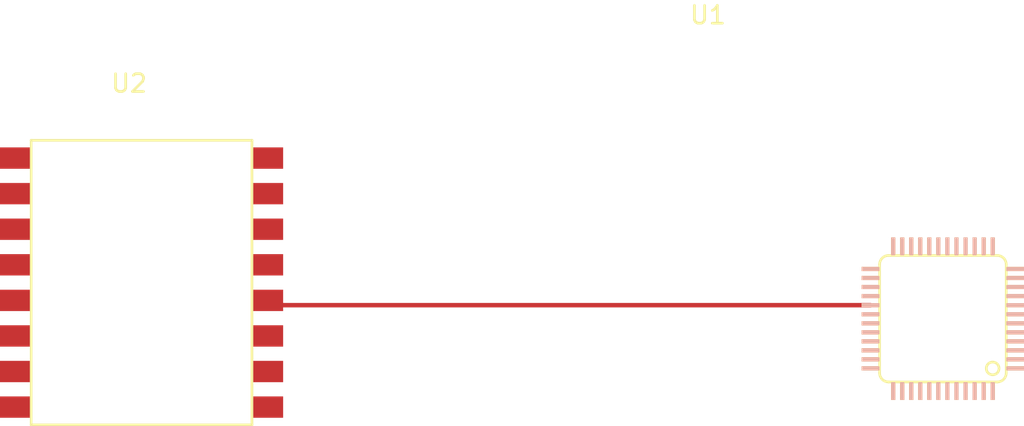
<source format=kicad_pcb>
(kicad_pcb (version 20171130) (host pcbnew 5.1.6-c6e7f7d~87~ubuntu18.04.1)

  (general
    (thickness 1.6)
    (drawings 0)
    (tracks 2)
    (zones 0)
    (modules 2)
    (nets 64)
  )

  (page A4)
  (layers
    (0 F.Cu signal)
    (31 B.Cu signal)
    (32 B.Adhes user)
    (33 F.Adhes user)
    (34 B.Paste user)
    (35 F.Paste user)
    (36 B.SilkS user)
    (37 F.SilkS user)
    (38 B.Mask user)
    (39 F.Mask user)
    (40 Dwgs.User user)
    (41 Cmts.User user)
    (42 Eco1.User user)
    (43 Eco2.User user)
    (44 Edge.Cuts user)
    (45 Margin user)
    (46 B.CrtYd user)
    (47 F.CrtYd user)
    (48 B.Fab user)
    (49 F.Fab user)
  )

  (setup
    (last_trace_width 0.25)
    (trace_clearance 0.2)
    (zone_clearance 0.508)
    (zone_45_only no)
    (trace_min 0.2)
    (via_size 0.8)
    (via_drill 0.4)
    (via_min_size 0.4)
    (via_min_drill 0.3)
    (uvia_size 0.3)
    (uvia_drill 0.1)
    (uvias_allowed no)
    (uvia_min_size 0.2)
    (uvia_min_drill 0.1)
    (edge_width 0.05)
    (segment_width 0.2)
    (pcb_text_width 0.3)
    (pcb_text_size 1.5 1.5)
    (mod_edge_width 0.12)
    (mod_text_size 1 1)
    (mod_text_width 0.15)
    (pad_size 1.524 1.524)
    (pad_drill 0.762)
    (pad_to_mask_clearance 0.05)
    (aux_axis_origin 0 0)
    (visible_elements FFFFFF7F)
    (pcbplotparams
      (layerselection 0x010fc_ffffffff)
      (usegerberextensions false)
      (usegerberattributes true)
      (usegerberadvancedattributes true)
      (creategerberjobfile true)
      (excludeedgelayer true)
      (linewidth 0.100000)
      (plotframeref false)
      (viasonmask false)
      (mode 1)
      (useauxorigin false)
      (hpglpennumber 1)
      (hpglpenspeed 20)
      (hpglpendiameter 15.000000)
      (psnegative false)
      (psa4output false)
      (plotreference true)
      (plotvalue true)
      (plotinvisibletext false)
      (padsonsilk false)
      (subtractmaskfromsilk false)
      (outputformat 1)
      (mirror false)
      (drillshape 1)
      (scaleselection 1)
      (outputdirectory ""))
  )

  (net 0 "")
  (net 1 "Net-(U1-Pad38)")
  (net 2 "Net-(U1-Pad1)")
  (net 3 "Net-(U1-Pad2)")
  (net 4 "Net-(U1-Pad3)")
  (net 5 "Net-(U1-Pad4)")
  (net 6 "Net-(U1-Pad5)")
  (net 7 "Net-(U1-Pad6)")
  (net 8 "Net-(U1-Pad7)")
  (net 9 "Net-(U1-Pad8)")
  (net 10 "Net-(U1-Pad9)")
  (net 11 "Net-(U1-Pad10)")
  (net 12 "Net-(U1-Pad11)")
  (net 13 "Net-(U1-Pad12)")
  (net 14 "Net-(U1-Pad13)")
  (net 15 "Net-(U1-Pad14)")
  (net 16 "Net-(U1-Pad16)")
  (net 17 "Net-(U1-Pad17)")
  (net 18 "Net-(U1-Pad18)")
  (net 19 "Net-(U1-Pad19)")
  (net 20 "Net-(U1-Pad20)")
  (net 21 "Net-(U1-Pad21)")
  (net 22 "Net-(U1-Pad22)")
  (net 23 "Net-(U1-Pad23)")
  (net 24 "Net-(U1-Pad24)")
  (net 25 "Net-(U1-Pad26)")
  (net 26 "Net-(U1-Pad27)")
  (net 27 "Net-(U1-Pad28)")
  (net 28 "Net-(U1-Pad29)")
  (net 29 "Net-(U1-Pad30)")
  (net 30 "Net-(U1-Pad31)")
  (net 31 "Net-(U1-Pad32)")
  (net 32 "Net-(U1-Pad33)")
  (net 33 "Net-(U1-Pad34)")
  (net 34 "Net-(U1-Pad35)")
  (net 35 "Net-(U1-Pad36)")
  (net 36 "Net-(U1-Pad37)")
  (net 37 "Net-(U1-Pad39)")
  (net 38 "Net-(U1-Pad40)")
  (net 39 "Net-(U1-Pad41)")
  (net 40 "Net-(U1-Pad42)")
  (net 41 "Net-(U1-Pad43)")
  (net 42 "Net-(U1-Pad44)")
  (net 43 "Net-(U1-Pad45)")
  (net 44 "Net-(U1-Pad46)")
  (net 45 "Net-(U1-Pad47)")
  (net 46 "Net-(U1-Pad48)")
  (net 47 "Net-(U1-Pad25)")
  (net 48 "Net-(U1-Pad15)")
  (net 49 "Net-(U2-Pad1)")
  (net 50 "Net-(U2-Pad2)")
  (net 51 +3V3)
  (net 52 "Net-(U2-Pad5)")
  (net 53 "Net-(U2-Pad6)")
  (net 54 "Net-(U2-Pad7)")
  (net 55 "Net-(U2-Pad8)")
  (net 56 "Net-(U2-Pad9)")
  (net 57 "Net-(U2-Pad10)")
  (net 58 "Net-(U2-Pad11)")
  (net 59 "Net-(U2-Pad12)")
  (net 60 "Net-(U2-Pad13)")
  (net 61 "Net-(U2-Pad14)")
  (net 62 "Net-(U2-Pad15)")
  (net 63 "Net-(U2-Pad16)")

  (net_class Default "This is the default net class."
    (clearance 0.2)
    (trace_width 0.25)
    (via_dia 0.8)
    (via_drill 0.4)
    (uvia_dia 0.3)
    (uvia_drill 0.1)
    (add_net +3V3)
    (add_net "Net-(U1-Pad1)")
    (add_net "Net-(U1-Pad10)")
    (add_net "Net-(U1-Pad11)")
    (add_net "Net-(U1-Pad12)")
    (add_net "Net-(U1-Pad13)")
    (add_net "Net-(U1-Pad14)")
    (add_net "Net-(U1-Pad15)")
    (add_net "Net-(U1-Pad16)")
    (add_net "Net-(U1-Pad17)")
    (add_net "Net-(U1-Pad18)")
    (add_net "Net-(U1-Pad19)")
    (add_net "Net-(U1-Pad2)")
    (add_net "Net-(U1-Pad20)")
    (add_net "Net-(U1-Pad21)")
    (add_net "Net-(U1-Pad22)")
    (add_net "Net-(U1-Pad23)")
    (add_net "Net-(U1-Pad24)")
    (add_net "Net-(U1-Pad25)")
    (add_net "Net-(U1-Pad26)")
    (add_net "Net-(U1-Pad27)")
    (add_net "Net-(U1-Pad28)")
    (add_net "Net-(U1-Pad29)")
    (add_net "Net-(U1-Pad3)")
    (add_net "Net-(U1-Pad30)")
    (add_net "Net-(U1-Pad31)")
    (add_net "Net-(U1-Pad32)")
    (add_net "Net-(U1-Pad33)")
    (add_net "Net-(U1-Pad34)")
    (add_net "Net-(U1-Pad35)")
    (add_net "Net-(U1-Pad36)")
    (add_net "Net-(U1-Pad37)")
    (add_net "Net-(U1-Pad38)")
    (add_net "Net-(U1-Pad39)")
    (add_net "Net-(U1-Pad4)")
    (add_net "Net-(U1-Pad40)")
    (add_net "Net-(U1-Pad41)")
    (add_net "Net-(U1-Pad42)")
    (add_net "Net-(U1-Pad43)")
    (add_net "Net-(U1-Pad44)")
    (add_net "Net-(U1-Pad45)")
    (add_net "Net-(U1-Pad46)")
    (add_net "Net-(U1-Pad47)")
    (add_net "Net-(U1-Pad48)")
    (add_net "Net-(U1-Pad5)")
    (add_net "Net-(U1-Pad6)")
    (add_net "Net-(U1-Pad7)")
    (add_net "Net-(U1-Pad8)")
    (add_net "Net-(U1-Pad9)")
    (add_net "Net-(U2-Pad1)")
    (add_net "Net-(U2-Pad10)")
    (add_net "Net-(U2-Pad11)")
    (add_net "Net-(U2-Pad12)")
    (add_net "Net-(U2-Pad13)")
    (add_net "Net-(U2-Pad14)")
    (add_net "Net-(U2-Pad15)")
    (add_net "Net-(U2-Pad16)")
    (add_net "Net-(U2-Pad2)")
    (add_net "Net-(U2-Pad5)")
    (add_net "Net-(U2-Pad6)")
    (add_net "Net-(U2-Pad7)")
    (add_net "Net-(U2-Pad8)")
    (add_net "Net-(U2-Pad9)")
  )

  (module "Custom_Libraries:STM32(LQFP48)" (layer F.Cu) (tedit 5F0ABFC1) (tstamp 5F0C98B7)
    (at 161.29 107.95 180)
    (descr STM32)
    (tags STM32)
    (path /5F0CCE3D)
    (fp_text reference U1 (at 13.7 17.58) (layer F.SilkS)
      (effects (font (size 1 1) (thickness 0.15)))
    )
    (fp_text value STM32 (at 0.762 0) (layer F.Fab)
      (effects (font (size 0.5 0.3) (thickness 0.075)))
    )
    (fp_line (start -3.048 -2.54) (end -3.048 3.556) (layer F.SilkS) (width 0.15))
    (fp_line (start -2.54 4.064) (end 3.556 4.064) (layer F.SilkS) (width 0.15))
    (fp_line (start 4.064 3.556) (end 4.064 -2.54) (layer F.SilkS) (width 0.15))
    (fp_line (start 3.556 -3.048) (end -2.54 -3.048) (layer F.SilkS) (width 0.15))
    (fp_circle (center -2.286 -2.286) (end -2.032 -2.032) (layer F.SilkS) (width 0.15))
    (fp_arc (start 3.556 3.556) (end 4.064 3.556) (angle 90) (layer F.SilkS) (width 0.15))
    (fp_arc (start -2.54 3.556) (end -2.54 4.064) (angle 90) (layer F.SilkS) (width 0.15))
    (fp_arc (start 3.556 -2.54) (end 3.556 -3.048) (angle 90) (layer F.SilkS) (width 0.15))
    (fp_arc (start -2.54 -2.54) (end -3.048 -2.54) (angle 90) (layer F.SilkS) (width 0.15))
    (pad 38 smd rect (at 2.794 -3.556 180) (size 0.23 1) (layers *.Adhes *.Paste *.SilkS *.Mask F.Cu Dwgs.User Eco1.User Eco2.User)
      (net 1 "Net-(U1-Pad38)"))
    (pad 1 smd rect (at -3.556 -2.286 180) (size 1 0.23) (layers *.Adhes *.Paste *.SilkS *.Mask F.Cu Dwgs.User Eco1.User Eco2.User)
      (net 2 "Net-(U1-Pad1)"))
    (pad 2 smd rect (at -3.556 -1.778 180) (size 1 0.23) (layers *.Adhes *.Paste *.SilkS *.Mask F.Cu Dwgs.User Eco1.User Eco2.User)
      (net 3 "Net-(U1-Pad2)") (zone_connect 2))
    (pad 3 smd rect (at -3.556 -1.27 180) (size 1 0.23) (layers *.Adhes *.Paste *.SilkS *.Mask F.Cu Dwgs.User Eco1.User Eco2.User)
      (net 4 "Net-(U1-Pad3)"))
    (pad 4 smd rect (at -3.556 -0.762 180) (size 1 0.23) (layers *.Adhes *.Paste *.SilkS *.Mask F.Cu Dwgs.User Eco1.User Eco2.User)
      (net 5 "Net-(U1-Pad4)"))
    (pad 5 smd rect (at -3.556 -0.254 180) (size 1 0.23) (layers *.Adhes *.Paste *.SilkS *.Mask F.Cu Dwgs.User Eco1.User Eco2.User)
      (net 6 "Net-(U1-Pad5)"))
    (pad 6 smd rect (at -3.556 0.254 180) (size 1 0.23) (layers *.Adhes *.Paste *.SilkS *.Mask F.Cu Dwgs.User Eco1.User Eco2.User)
      (net 7 "Net-(U1-Pad6)"))
    (pad 7 smd rect (at -3.556 0.762 180) (size 1 0.23) (layers *.Adhes *.Paste *.SilkS *.Mask F.Cu Dwgs.User Eco1.User Eco2.User)
      (net 8 "Net-(U1-Pad7)"))
    (pad 8 smd rect (at -3.556 1.27 180) (size 1 0.23) (layers *.Adhes *.Paste *.SilkS *.Mask F.Cu Dwgs.User Eco1.User Eco2.User)
      (net 9 "Net-(U1-Pad8)"))
    (pad 9 smd rect (at -3.556 1.778 180) (size 1 0.23) (layers *.Adhes *.Paste *.SilkS *.Mask F.Cu Dwgs.User Eco1.User Eco2.User)
      (net 10 "Net-(U1-Pad9)"))
    (pad 10 smd rect (at -3.556 2.286 180) (size 1 0.23) (layers *.Adhes *.Paste *.SilkS *.Mask F.Cu Dwgs.User Eco1.User Eco2.User)
      (net 11 "Net-(U1-Pad10)"))
    (pad 11 smd rect (at -3.556 2.794 180) (size 1 0.23) (layers *.Adhes *.Paste *.SilkS *.Mask F.Cu Dwgs.User Eco1.User Eco2.User)
      (net 12 "Net-(U1-Pad11)"))
    (pad 12 smd rect (at -3.556 3.302 180) (size 1 0.23) (layers *.Adhes *.Paste *.SilkS *.Mask F.Cu Dwgs.User Eco1.User Eco2.User)
      (net 13 "Net-(U1-Pad12)"))
    (pad 13 smd rect (at -2.286 4.572 180) (size 0.23 1) (layers *.Adhes *.Paste *.SilkS *.Mask F.Cu Dwgs.User Eco1.User Eco2.User)
      (net 14 "Net-(U1-Pad13)"))
    (pad 14 smd rect (at -1.778 4.572 180) (size 0.23 1) (layers *.Adhes *.Paste *.SilkS *.Mask F.Cu Dwgs.User Eco1.User Eco2.User)
      (net 15 "Net-(U1-Pad14)"))
    (pad 16 smd rect (at -0.762 4.572 180) (size 0.23 1) (layers *.Adhes *.Paste *.SilkS *.Mask F.Cu Dwgs.User Eco1.User Eco2.User)
      (net 16 "Net-(U1-Pad16)"))
    (pad 17 smd rect (at -0.254 4.572 180) (size 0.23 1) (layers *.Adhes *.Paste *.SilkS *.Mask F.Cu Dwgs.User Eco1.User Eco2.User)
      (net 17 "Net-(U1-Pad17)"))
    (pad 18 smd rect (at 0.254 4.572 180) (size 0.23 1) (layers *.Adhes *.Paste *.SilkS *.Mask F.Cu Dwgs.User Eco1.User Eco2.User)
      (net 18 "Net-(U1-Pad18)"))
    (pad 19 smd rect (at 0.762 4.572 180) (size 0.23 1) (layers *.Adhes *.Paste *.SilkS *.Mask F.Cu Dwgs.User Eco1.User Eco2.User)
      (net 19 "Net-(U1-Pad19)"))
    (pad 20 smd rect (at 1.27 4.572 180) (size 0.23 1) (layers *.Adhes *.Paste *.SilkS *.Mask F.Cu Dwgs.User Eco1.User Eco2.User)
      (net 20 "Net-(U1-Pad20)"))
    (pad 21 smd rect (at 1.778 4.572 180) (size 0.23 1) (layers *.Adhes *.Paste *.SilkS *.Mask F.Cu Dwgs.User Eco1.User Eco2.User)
      (net 21 "Net-(U1-Pad21)"))
    (pad 22 smd rect (at 2.286 4.572 180) (size 0.23 1) (layers *.Adhes *.Paste *.SilkS *.Mask F.Cu Dwgs.User Eco1.User Eco2.User)
      (net 22 "Net-(U1-Pad22)"))
    (pad 23 smd rect (at 2.794 4.572 180) (size 0.23 1) (layers *.Adhes *.Paste *.SilkS *.Mask F.Cu Dwgs.User Eco1.User Eco2.User)
      (net 23 "Net-(U1-Pad23)"))
    (pad 24 smd rect (at 3.302 4.572 180) (size 0.23 1) (layers *.Adhes *.Paste *.SilkS *.Mask F.Cu Dwgs.User Eco1.User Eco2.User)
      (net 24 "Net-(U1-Pad24)"))
    (pad 26 smd rect (at 4.572 2.794 180) (size 1 0.23) (layers *.Adhes *.Paste *.SilkS *.Mask F.Cu Dwgs.User Eco1.User Eco2.User)
      (net 25 "Net-(U1-Pad26)"))
    (pad 27 smd rect (at 4.572 2.286 180) (size 1 0.23) (layers *.Adhes *.Paste *.SilkS *.Mask F.Cu Dwgs.User Eco1.User Eco2.User)
      (net 26 "Net-(U1-Pad27)"))
    (pad 28 smd rect (at 4.572 1.778 180) (size 1 0.23) (layers *.Adhes *.Paste *.SilkS *.Mask F.Cu Dwgs.User Eco1.User Eco2.User)
      (net 27 "Net-(U1-Pad28)"))
    (pad 29 smd rect (at 4.572 1.27 180) (size 1 0.23) (layers *.Adhes *.Paste *.SilkS *.Mask F.Cu Dwgs.User Eco1.User Eco2.User)
      (net 28 "Net-(U1-Pad29)"))
    (pad 30 smd rect (at 4.572 0.762 180) (size 1 0.23) (layers *.Adhes *.Paste *.SilkS *.Mask F.Cu Dwgs.User Eco1.User Eco2.User)
      (net 29 "Net-(U1-Pad30)"))
    (pad 31 smd rect (at 4.572 0.254 180) (size 1 0.23) (layers *.Adhes *.Paste *.SilkS *.Mask F.Cu Dwgs.User Eco1.User Eco2.User)
      (net 30 "Net-(U1-Pad31)"))
    (pad 32 smd rect (at 4.572 -0.254 180) (size 1 0.23) (layers *.Adhes *.Paste *.SilkS *.Mask F.Cu Dwgs.User Eco1.User Eco2.User)
      (net 31 "Net-(U1-Pad32)"))
    (pad 33 smd rect (at 4.572 -0.762 180) (size 1 0.23) (layers *.Adhes *.Paste *.SilkS *.Mask F.Cu Dwgs.User Eco1.User Eco2.User)
      (net 32 "Net-(U1-Pad33)"))
    (pad 34 smd rect (at 4.572 -1.27 180) (size 1 0.23) (layers *.Adhes *.Paste *.SilkS *.Mask F.Cu Dwgs.User Eco1.User Eco2.User)
      (net 33 "Net-(U1-Pad34)"))
    (pad 35 smd rect (at 4.572 -1.778 180) (size 1 0.23) (layers *.Adhes *.Paste *.SilkS *.Mask F.Cu Dwgs.User Eco1.User Eco2.User)
      (net 34 "Net-(U1-Pad35)"))
    (pad 36 smd rect (at 4.572 -2.286 180) (size 1 0.23) (layers *.Adhes *.Paste *.SilkS *.Mask F.Cu Dwgs.User Eco1.User Eco2.User)
      (net 35 "Net-(U1-Pad36)"))
    (pad 37 smd rect (at 3.302 -3.556 180) (size 0.23 1) (layers *.Adhes *.Paste *.SilkS *.Mask F.Cu Dwgs.User Eco1.User Eco2.User)
      (net 36 "Net-(U1-Pad37)"))
    (pad 39 smd rect (at 2.286 -3.556 180) (size 0.23 1) (layers *.Adhes *.Paste *.SilkS *.Mask F.Cu Dwgs.User Eco1.User Eco2.User)
      (net 37 "Net-(U1-Pad39)"))
    (pad 40 smd rect (at 1.778 -3.556 180) (size 0.23 1) (layers *.Adhes *.Paste *.SilkS *.Mask F.Cu Dwgs.User Eco1.User Eco2.User)
      (net 38 "Net-(U1-Pad40)"))
    (pad 41 smd rect (at 1.27 -3.556 180) (size 0.23 1) (layers *.Adhes *.Paste *.SilkS *.Mask F.Cu Dwgs.User Eco1.User Eco2.User)
      (net 39 "Net-(U1-Pad41)"))
    (pad 42 smd rect (at 0.762 -3.556 180) (size 0.23 1) (layers *.Adhes *.Paste *.SilkS *.Mask F.Cu Dwgs.User Eco1.User Eco2.User)
      (net 40 "Net-(U1-Pad42)"))
    (pad 43 smd rect (at 0.254 -3.556 180) (size 0.23 1) (layers *.Adhes *.Paste *.SilkS *.Mask F.Cu Dwgs.User Eco1.User Eco2.User)
      (net 41 "Net-(U1-Pad43)"))
    (pad 44 smd rect (at -0.254 -3.556 180) (size 0.23 1) (layers *.Adhes *.Paste *.SilkS *.Mask F.Cu Dwgs.User Eco1.User Eco2.User)
      (net 42 "Net-(U1-Pad44)"))
    (pad 45 smd rect (at -0.762 -3.556 180) (size 0.23 1) (layers *.Adhes *.Paste *.SilkS *.Mask F.Cu Dwgs.User Eco1.User Eco2.User)
      (net 43 "Net-(U1-Pad45)"))
    (pad 46 smd rect (at -1.27 -3.556 180) (size 0.23 1) (layers *.Adhes *.Paste *.SilkS *.Mask F.Cu Dwgs.User Eco1.User Eco2.User)
      (net 44 "Net-(U1-Pad46)"))
    (pad 47 smd rect (at -1.778 -3.556 180) (size 0.23 1) (layers *.Adhes *.Paste *.SilkS *.Mask F.Cu Dwgs.User Eco1.User Eco2.User)
      (net 45 "Net-(U1-Pad47)"))
    (pad 48 smd rect (at -2.286 -3.556 180) (size 0.23 1) (layers *.Adhes *.Paste *.SilkS *.Mask F.Cu Dwgs.User Eco1.User Eco2.User)
      (net 46 "Net-(U1-Pad48)"))
    (pad 25 smd rect (at 4.572 3.302 180) (size 1 0.23) (layers *.Adhes *.Paste *.SilkS *.Mask F.Cu Dwgs.User Eco1.User Eco2.User)
      (net 47 "Net-(U1-Pad25)"))
    (pad 15 smd rect (at -1.27 4.572 180) (size 0.23 1) (layers *.Adhes *.Paste *.SilkS *.Mask F.Cu Dwgs.User Eco1.User Eco2.User)
      (net 48 "Net-(U1-Pad15)"))
  )

  (module Custom_Libraries:LoRa (layer F.Cu) (tedit 5F0AD372) (tstamp 5F0C98CF)
    (at 119.38 105.41 180)
    (path /5F0CE21D)
    (fp_text reference U2 (at 4.3 11.2) (layer F.SilkS)
      (effects (font (size 1 1) (thickness 0.15)))
    )
    (fp_text value LoRa (at 3.3 -5.2) (layer F.Fab)
      (effects (font (size 1 1.5) (thickness 0.125)))
    )
    (fp_line (start 9.8 8) (end -2.6 8) (layer F.SilkS) (width 0.15))
    (fp_line (start 9.8 -8) (end 9.8 8) (layer F.SilkS) (width 0.15))
    (fp_line (start -2.6 -8) (end 9.8 -8) (layer F.SilkS) (width 0.15))
    (fp_line (start -2.6 8) (end -2.6 -8) (layer F.SilkS) (width 0.15))
    (pad 1 smd rect (at -3.5 -7 180) (size 1.7 1.2) (layers F.Cu F.Paste F.Mask)
      (net 49 "Net-(U2-Pad1)"))
    (pad 2 smd rect (at -3.5 -5 180) (size 1.7 1.2) (layers F.Cu F.Paste F.Mask)
      (net 50 "Net-(U2-Pad2)"))
    (pad 3 smd rect (at -3.5 -3 180) (size 1.7 1.2) (layers F.Cu F.Paste F.Mask)
      (net 51 +3V3))
    (pad 4 smd rect (at -3.5 -1 180) (size 1.7 1.2) (layers F.Cu F.Paste F.Mask)
      (net 28 "Net-(U1-Pad29)"))
    (pad 5 smd rect (at -3.5 1 180) (size 1.7 1.2) (layers F.Cu F.Paste F.Mask)
      (net 52 "Net-(U2-Pad5)"))
    (pad 6 smd rect (at -3.5 3 180) (size 1.7 1.2) (layers F.Cu F.Paste F.Mask)
      (net 53 "Net-(U2-Pad6)"))
    (pad 7 smd rect (at -3.5 5 180) (size 1.7 1.2) (layers F.Cu F.Paste F.Mask)
      (net 54 "Net-(U2-Pad7)"))
    (pad 8 smd rect (at -3.5 7 180) (size 1.7 1.2) (layers F.Cu F.Paste F.Mask)
      (net 55 "Net-(U2-Pad8)"))
    (pad 9 smd rect (at 10.7 7 180) (size 1.7 1.2) (layers F.Cu F.Paste F.Mask)
      (net 56 "Net-(U2-Pad9)"))
    (pad 10 smd rect (at 10.7 5 180) (size 1.7 1.2) (layers F.Cu F.Paste F.Mask)
      (net 57 "Net-(U2-Pad10)"))
    (pad 11 smd rect (at 10.7 3 180) (size 1.7 1.2) (layers F.Cu F.Paste F.Mask)
      (net 58 "Net-(U2-Pad11)"))
    (pad 12 smd rect (at 10.7 1 180) (size 1.7 1.2) (layers F.Cu F.Paste F.Mask)
      (net 59 "Net-(U2-Pad12)"))
    (pad 13 smd rect (at 10.7 -1 180) (size 1.7 1.2) (layers F.Cu F.Paste F.Mask)
      (net 60 "Net-(U2-Pad13)"))
    (pad 14 smd rect (at 10.7 -3 180) (size 1.7 1.2) (layers F.Cu F.Paste F.Mask)
      (net 61 "Net-(U2-Pad14)"))
    (pad 15 smd rect (at 10.7 -5 180) (size 1.7 1.2) (layers F.Cu F.Paste F.Mask)
      (net 62 "Net-(U2-Pad15)"))
    (pad 16 smd rect (at 10.7 -7 180) (size 1.7 1.2) (layers F.Cu F.Paste F.Mask)
      (net 63 "Net-(U2-Pad16)"))
  )

  (segment (start 123.15 106.68) (end 122.88 106.41) (width 0.25) (layer F.Cu) (net 28))
  (segment (start 156.718 106.68) (end 123.15 106.68) (width 0.25) (layer F.Cu) (net 28))

)

</source>
